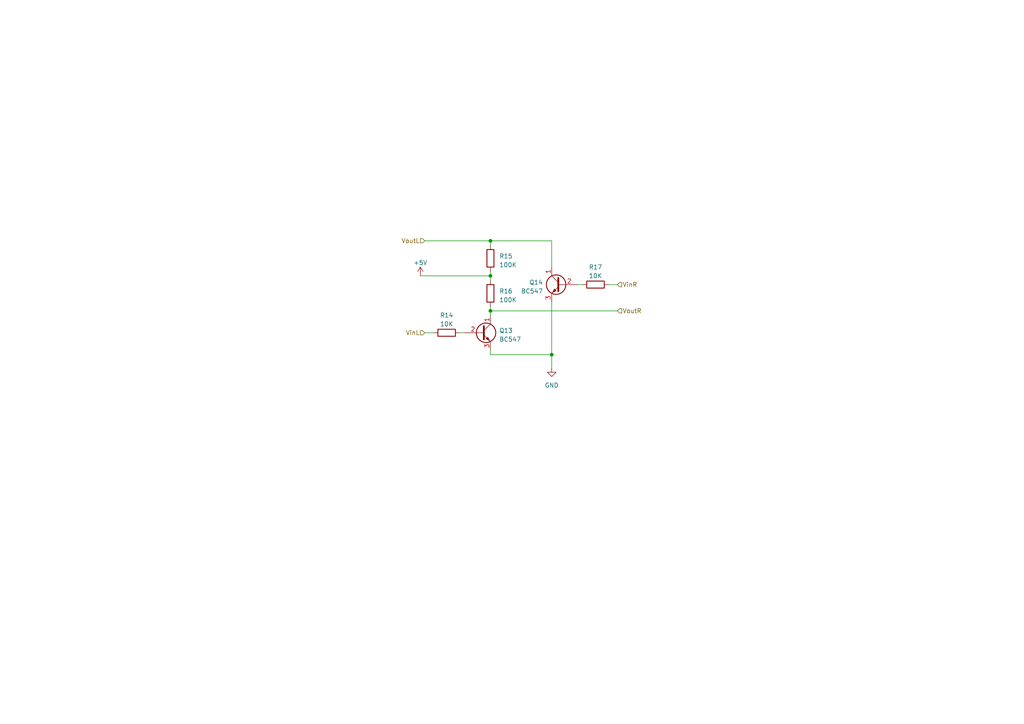
<source format=kicad_sch>
(kicad_sch (version 20230121) (generator eeschema)
  (paper "A4")
  (title_block (title "Serial Commmunication Inverter") (date "2023-05-23") (rev "1"))
  (lib_symbols
    (symbol "Device:R" (pin_numbers hide) (pin_names (offset 0))
      (property "Reference" "R" (at 2.032 0 90))
      (property "Value" "R" (at 0 0 90))
      (symbol "R_0_1"
        (rectangle (start -1.016 -2.54) (end 1.016 2.54) (stroke (width 0.254)))
      )
      (symbol "R_1_1"
        (pin passive line (at 0 3.81 270) (length 1.27) (name "~") (number "1"))
        (pin passive line (at 0 -3.81 90) (length 1.27) (name "~") (number "2"))
      )
    )
    (symbol "Transistor_BJT:BC547" (pin_names (offset 0) hide)
      (property "Reference" "Q" (at 5.08 1.905 0))
      (property "Value" "BC547" (at 5.08 0 0))
      (symbol "BC547_0_1"
        (polyline (pts (xy 0 0) (xy 0.635 0)))
        (polyline (pts (xy 0.635 0.635) (xy 2.54 2.54)))
        (polyline (pts (xy 0.635 -0.635) (xy 2.54 -2.54) (xy 2.54 -2.54)))
        (polyline (pts (xy 0.635 1.905) (xy 0.635 -1.905) (xy 0.635 -1.905)) (stroke (width 0.508)))
        (polyline (pts (xy 1.27 -1.778) (xy 1.778 -1.27) (xy 2.286 -2.286) (xy 1.27 -1.778) (xy 1.27 -1.778)) (fill (type outline)))
        (circle (center 1.27 0) (radius 2.8194) (stroke (width 0.254)))
      )
      (symbol "BC547_1_1"
        (pin passive line (at 2.54 5.08 270) (length 2.54) (name "C") (number "1"))
        (pin input line (at -5.08 0 0) (length 5.08) (name "B") (number "2"))
        (pin passive line (at 2.54 -5.08 90) (length 2.54) (name "E") (number "3"))
      )
    )
    (symbol "power:+5V" (power) (pin_names (offset 0))
      (property "Value" "+5V" (at 0 3.556 0))
      (symbol "+5V_0_1"
        (polyline (pts (xy -0.762 1.27) (xy 0 2.54)))
        (polyline (pts (xy 0 0) (xy 0 2.54)))
        (polyline (pts (xy 0 2.54) (xy 0.762 1.27)))
      )
      (symbol "+5V_1_1"
        (pin power_in line (at 0 0 90) (length 0) hide (name "+5V") (number "1"))
      )
    )
    (symbol "power:GND" (power) (pin_names (offset 0))
      (property "Value" "GND" (at 0 -3.81 0))
      (symbol "GND_0_1"
        (polyline (pts (xy 0 0) (xy 0 -1.27) (xy 1.27 -1.27) (xy 0 -2.54) (xy -1.27 -1.27) (xy 0 -1.27)))
      )
      (symbol "GND_1_1"
        (pin power_in line (at 0 0 270) (length 0) hide (name "GND") (number "1"))
      )
    )
  )
  (junction (at 142.24 69.85))
  (junction (at 160.02 102.87))
  (junction (at 142.24 90.17))
  (junction (at 142.24 80.01))
  (wire (pts (xy 142.24 88.9) (xy 142.24 90.17)))
  (wire (pts (xy 142.24 90.17) (xy 142.24 91.44)))
  (wire (pts (xy 142.24 80.01) (xy 142.24 78.74)))
  (wire (pts (xy 160.02 69.85) (xy 160.02 77.47)))
  (wire (pts (xy 160.02 106.68) (xy 160.02 102.87)))
  (wire (pts (xy 160.02 87.63) (xy 160.02 102.87)))
  (wire (pts (xy 142.24 90.17) (xy 179.07 90.17)))
  (wire (pts (xy 168.91 82.55) (xy 167.64 82.55)))
  (wire (pts (xy 142.24 80.01) (xy 142.24 81.28)))
  (wire (pts (xy 160.02 69.85) (xy 142.24 69.85)))
  (wire (pts (xy 133.35 96.52) (xy 134.62 96.52)))
  (wire (pts (xy 142.24 102.87) (xy 142.24 101.6)))
  (wire (pts (xy 123.19 69.85) (xy 142.24 69.85)))
  (wire (pts (xy 121.92 80.01) (xy 142.24 80.01)))
  (wire (pts (xy 142.24 71.12) (xy 142.24 69.85)))
  (wire (pts (xy 176.53 82.55) (xy 179.07 82.55)))
  (wire (pts (xy 123.19 96.52) (xy 125.73 96.52)))
  (wire (pts (xy 142.24 102.87) (xy 160.02 102.87)))
  (hierarchical_label "VoutR" (shape input) (at 179.07 90.17 0))
  (hierarchical_label "VinR" (shape input) (at 179.07 82.55 0))
  (hierarchical_label "VinL" (shape input) (at 123.19 96.52 180))
  (hierarchical_label "VoutL" (shape input) (at 123.19 69.85 180))
  (symbol (lib_id "Transistor_BJT:BC547") (at 162.56 82.55 0) (mirror y) (unit 1)
    (property "Reference" "Q14" (at 157.48 81.915 0) (effects (justify left)))
    (property "Value" "BC547" (at 157.48 84.455 0) (effects (justify left)))
    (property "Footprint" "Package_TO_SOT_THT:TO-92_Inline" (effects hide))
    (property "Datasheet" "https://www.onsemi.com/pub/Collateral/BC550-D.pdf" (effects hide))
  )
  (symbol (lib_id "power:+5V") (at 121.92 80.01 0) (unit 1)
    (property "Reference" "#PWR01" (effects hide))
    (property "Value" "+5V" (at 121.92 76.2 0))
  )
  (symbol (lib_id "Device:R") (at 142.24 74.93 180) (unit 1)
    (property "Reference" "R15" (at 144.78 74.295 0) (effects (justify right)))
    (property "Value" "100K" (at 144.78 76.835 0) (effects (justify right)))
    (property "Footprint" "Resistor_THT:R_Axial_DIN0207_L6.3mm_D2.5mm_P10.16mm_Horizontal" (effects hide))
  )
  (symbol (lib_id "Device:R") (at 142.24 85.09 180) (unit 1)
    (property "Reference" "R16" (at 144.78 84.455 0) (effects (justify right)))
    (property "Value" "100K" (at 144.78 86.995 0) (effects (justify right)))
    (property "Footprint" "Resistor_THT:R_Axial_DIN0207_L6.3mm_D2.5mm_P10.16mm_Horizontal" (effects hide))
  )
  (symbol (lib_id "power:GND") (at 160.02 106.68 0) (unit 1)
    (property "Reference" "#PWR02" (effects hide))
    (property "Value" "GND" (at 160.02 111.76 0))
  )
  (symbol (lib_id "Device:R") (at 172.72 82.55 90) (unit 1)
    (property "Reference" "R17" (at 172.72 77.47 90))
    (property "Value" "10K" (at 172.72 80.01 90))
    (property "Footprint" "Resistor_THT:R_Axial_DIN0207_L6.3mm_D2.5mm_P10.16mm_Horizontal" (effects hide))
  )
  (symbol (lib_id "Transistor_BJT:BC547") (at 139.7 96.52 0) (unit 1)
    (property "Reference" "Q13" (at 144.78 95.885 0) (effects (justify left)))
    (property "Value" "BC547" (at 144.78 98.425 0) (effects (justify left)))
    (property "Footprint" "Package_TO_SOT_THT:TO-92_Inline" (effects hide))
    (property "Datasheet" "https://www.onsemi.com/pub/Collateral/BC550-D.pdf" (effects hide))
  )
  (symbol (lib_id "Device:R") (at 129.54 96.52 90) (unit 1)
    (property "Reference" "R14" (at 129.54 91.44 90))
    (property "Value" "10K" (at 129.54 93.98 90))
    (property "Footprint" "Resistor_THT:R_Axial_DIN0207_L6.3mm_D2.5mm_P10.16mm_Horizontal" (effects hide))
  )
)
</source>
